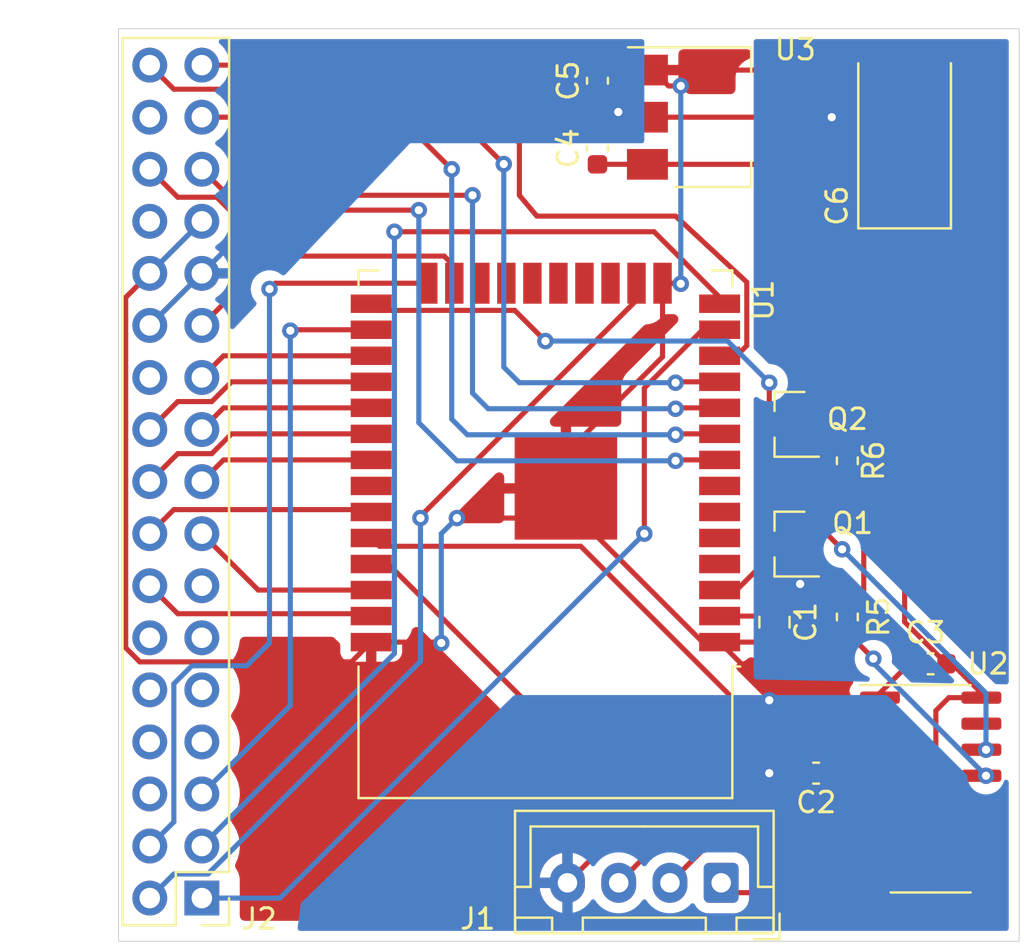
<source format=kicad_pcb>
(kicad_pcb (version 20211014) (generator pcbnew)
  (title_block (comment 4 "AISLER Project ID: NEDFVODM"))
  (layers (0 "F.Cu" signal) (31 "B.Cu" signal) (34 "B.Paste" user) (35 "F.Paste" user) (36 "B.SilkS" user "B.Silkscreen") (37 "F.SilkS" user "F.Silkscreen") (38 "B.Mask" user) (39 "F.Mask" user) (44 "Edge.Cuts" user))
  (net 0 "")
  (net 1 "Net-(C2-Pad1)")
  (net 2 "GND")
  (net 3 "+5V")
  (net 4 "+3V3")
  (net 5 "CS")
  (net 6 "RS")
  (net 7 "WR")
  (net 8 "RD")
  (net 9 "RST")
  (net 19 "BL")
  (net 20 "MISO")
  (net 22 "MOSI")
  (net 23 "PEN")
  (net 24 "T_CS")
  (net 26 "CLK")
  (net 27 "Net-(Q1-Pad1)")
  (net 28 "Net-(Q1-Pad2)")
  (net 29 "EN")
  (net 30 "Net-(Q2-Pad1)")
  (net 31 "Net-(Q2-Pad2)")
  (net 32 "IO0")
  (net 44 "ESP_RX")
  (net 45 "ESP_TX")
  (net 46 "D8")
  (net 47 "D9")
  (net 48 "D10")
  (net 49 "D11")
  (net 50 "D12")
  (net 51 "D13")
  (net 52 "D14")
  (net 53 "D15")
  (net 54 "Net-(J1-Pad2)")
  (net 55 "Net-(J1-Pad3)")
  (footprint "Package_TO_SOT_SMD:SOT-223-3_TabPin2" (layer "F.Cu") (at 88.392 72.39)
    (fp_text reference "U3" (at 4.064 -3.302) (layer "F.SilkS"))
    (fp_text value "AMS1117-3.3")
    (fp_line (start -4.1 -3.41) (end 1.91 -3.41) (layer "F.SilkS") (width 0.12))
    (fp_line (start 1.91 -3.41) (end 1.91 -2.15) (layer "F.SilkS") (width 0.12))
    (fp_line (start 1.91 3.41) (end 1.91 2.15) (layer "F.SilkS") (width 0.12))
    (fp_line (start -1.85 3.41) (end 1.91 3.41) (layer "F.SilkS") (width 0.12))
    (pad "1" smd rect locked (at -3.15 -2.3) (size 2 1.5) (layers "F.Cu" "F.Paste" "F.Mask") (net 2 "GND"))
    (pad "2" smd rect locked (at -3.15 0) (size 2 1.5) (layers "F.Cu" "F.Paste" "F.Mask") (net 4 "+3V3"))
    (pad "2" smd rect locked (at 3.15 0) (size 2 3.8) (layers "F.Cu" "F.Paste" "F.Mask") (net 4 "+3V3"))
    (pad "3" smd rect locked (at -3.15 2.3) (size 2 1.5) (layers "F.Cu" "F.Paste" "F.Mask") (net 3 "+5V"))
  )
  (footprint "Capacitor_SMD:C_0603_1608Metric" (layer "F.Cu") (at 99.06 99.06 180)
    (fp_text reference "C3" (at 0.254 1.524) (layer "F.SilkS"))
    (fp_text value "100n")
    (fp_line (start -0.14058 -0.51) (end 0.14058 -0.51) (layer "F.SilkS") (width 0.12))
    (fp_line (start -0.14058 0.51) (end 0.14058 0.51) (layer "F.SilkS") (width 0.12))
    (pad "1" smd roundrect locked (at -0.775 0 180) (size 0.9 0.95) (layers "F.Cu" "F.Paste" "F.Mask") (net 3 "+5V"))
    (pad "2" smd roundrect locked (at 0.775 0 180) (size 0.9 0.95) (layers "F.Cu" "F.Paste" "F.Mask") (net 2 "GND"))
  )
  (footprint "Capacitor_SMD:C_0603_1608Metric" (layer "F.Cu") (at 82.804 70.612 90)
    (fp_text reference "C5" (at 0 -1.43 90) (layer "F.SilkS"))
    (fp_text value "100n")
    (fp_line (start -0.14058 0.51) (end 0.14058 0.51) (layer "F.SilkS") (width 0.12))
    (fp_line (start -0.14058 -0.51) (end 0.14058 -0.51) (layer "F.SilkS") (width 0.12))
    (pad "1" smd roundrect locked (at -0.775 0 90) (size 0.9 0.95) (layers "F.Cu" "F.Paste" "F.Mask") (net 4 "+3V3"))
    (pad "2" smd roundrect locked (at 0.775 0 90) (size 0.9 0.95) (layers "F.Cu" "F.Paste" "F.Mask") (net 2 "GND"))
  )
  (footprint "Package_SO:SOIC-16_3.9x9.9mm_P1.27mm" (layer "F.Cu") (at 99.06 105.156)
    (fp_text reference "U2" (at 2.794 -6.096) (layer "F.SilkS"))
    (fp_text value "CH340C")
    (fp_line (start 0 5.06) (end 1.95 5.06) (layer "F.SilkS") (width 0.12))
    (fp_line (start 0 -5.06) (end 1.95 -5.06) (layer "F.SilkS") (width 0.12))
    (fp_line (start 0 5.06) (end -1.95 5.06) (layer "F.SilkS") (width 0.12))
    (fp_line (start 0 -5.06) (end -3.45 -5.06) (layer "F.SilkS") (width 0.12))
    (pad "1" smd roundrect (at -2.475 -4.445) (size 1.95 0.6) (layers "F.Cu" "F.Paste" "F.Mask") (net 2 "GND"))
    (pad "2" smd roundrect (at -2.475 -3.175) (size 1.95 0.6) (layers "F.Cu" "F.Paste" "F.Mask") (net 44 "ESP_RX"))
    (pad "3" smd roundrect (at -2.475 -1.905) (size 1.95 0.6) (layers "F.Cu" "F.Paste" "F.Mask") (net 45 "ESP_TX"))
    (pad "4" smd roundrect (at -2.475 -0.635) (size 1.95 0.6) (layers "F.Cu" "F.Paste" "F.Mask") (net 1 "Net-(C2-Pad1)"))
    (pad "5" smd roundrect (at -2.475 0.635) (size 1.95 0.6) (layers "F.Cu" "F.Paste" "F.Mask") (net 55 "Net-(J1-Pad3)"))
    (pad "6" smd roundrect (at -2.475 1.905) (size 1.95 0.6) (layers "F.Cu" "F.Paste" "F.Mask") (net 54 "Net-(J1-Pad2)"))
    (pad "7" smd roundrect (at -2.475 3.175) (size 1.95 0.6) (layers "F.Cu" "F.Paste" "F.Mask"))
    (pad "8" smd roundrect (at -2.475 4.445) (size 1.95 0.6) (layers "F.Cu" "F.Paste" "F.Mask"))
    (pad "9" smd roundrect (at 2.475 4.445) (size 1.95 0.6) (layers "F.Cu" "F.Paste" "F.Mask"))
    (pad "10" smd roundrect (at 2.475 3.175) (size 1.95 0.6) (layers "F.Cu" "F.Paste" "F.Mask"))
    (pad "11" smd roundrect (at 2.475 1.905) (size 1.95 0.6) (layers "F.Cu" "F.Paste" "F.Mask"))
    (pad "12" smd roundrect (at 2.475 0.635) (size 1.95 0.6) (layers "F.Cu" "F.Paste" "F.Mask"))
    (pad "13" smd roundrect (at 2.475 -0.635) (size 1.95 0.6) (layers "F.Cu" "F.Paste" "F.Mask") (net 31 "Net-(Q2-Pad2)"))
    (pad "14" smd roundrect (at 2.475 -1.905) (size 1.95 0.6) (layers "F.Cu" "F.Paste" "F.Mask") (net 28 "Net-(Q1-Pad2)"))
    (pad "15" smd roundrect (at 2.475 -3.175) (size 1.95 0.6) (layers "F.Cu" "F.Paste" "F.Mask"))
    (pad "16" smd roundrect (at 2.475 -4.445) (size 1.95 0.6) (layers "F.Cu" "F.Paste" "F.Mask") (net 3 "+5V"))
  )
  (footprint "Capacitor_SMD:C_0603_1608Metric" (layer "F.Cu") (at 82.804 73.914 90)
    (fp_text reference "C4" (at 0 -1.43 90) (layer "F.SilkS"))
    (fp_text value "100n")
    (fp_line (start -0.14058 0.51) (end 0.14058 0.51) (layer "F.SilkS") (width 0.12))
    (fp_line (start -0.14058 -0.51) (end 0.14058 -0.51) (layer "F.SilkS") (width 0.12))
    (pad "1" smd roundrect locked (at -0.775 0 90) (size 0.9 0.95) (layers "F.Cu" "F.Paste" "F.Mask") (net 3 "+5V"))
    (pad "2" smd roundrect locked (at 0.775 0 90) (size 0.9 0.95) (layers "F.Cu" "F.Paste" "F.Mask") (net 2 "GND"))
  )
  (footprint "Capacitor_SMD:C_0805_2012Metric" (layer "F.Cu") (at 91.44 97.028 -90)
    (fp_text reference "C1" (at 0 -1.524 -90) (layer "F.SilkS"))
    (fp_text value "10u")
    (fp_line (start -0.261252 0.735) (end 0.261252 0.735) (layer "F.SilkS") (width 0.12))
    (fp_line (start -0.261252 -0.735) (end 0.261252 -0.735) (layer "F.SilkS") (width 0.12))
    (pad "1" smd roundrect locked (at -0.95 0 270) (size 1 1.45) (layers "F.Cu" "F.Paste" "F.Mask") (net 4 "+3V3"))
    (pad "2" smd roundrect locked (at 0.95 0 270) (size 1 1.45) (layers "F.Cu" "F.Paste" "F.Mask") (net 2 "GND"))
  )
  (footprint "Package_TO_SOT_SMD:SOT-23" (layer "F.Cu") (at 92.202 87.376 180)
    (fp_text reference "Q2" (at -2.794 0.254) (layer "F.SilkS"))
    (fp_text value "MMBT3904")
    (fp_line (start 0.76 1.58) (end -0.7 1.58) (layer "F.SilkS") (width 0.12))
    (fp_line (start 0.76 -1.58) (end 0.76 -0.65) (layer "F.SilkS") (width 0.12))
    (fp_line (start 0.76 1.58) (end 0.76 0.65) (layer "F.SilkS") (width 0.12))
    (fp_line (start 0.76 -1.58) (end -1.4 -1.58) (layer "F.SilkS") (width 0.12))
    (pad "1" smd rect locked (at -1 -0.95 180) (size 0.9 0.8) (layers "F.Cu" "F.Paste" "F.Mask") (net 30 "Net-(Q2-Pad1)"))
    (pad "2" smd rect locked (at -1 0.95 180) (size 0.9 0.8) (layers "F.Cu" "F.Paste" "F.Mask") (net 31 "Net-(Q2-Pad2)"))
    (pad "3" smd rect locked (at 1 0 180) (size 0.9 0.8) (layers "F.Cu" "F.Paste" "F.Mask") (net 32 "IO0"))
  )
  (footprint "Resistor_SMD:R_0603_1608Metric" (layer "F.Cu") (at 94.996 89.154 90)
    (fp_text reference "R6" (at 0 1.27 90) (layer "F.SilkS"))
    (fp_text value "10K")
    (fp_line (start -0.162779 -0.51) (end 0.162779 -0.51) (layer "F.SilkS") (width 0.12))
    (fp_line (start -0.162779 0.51) (end 0.162779 0.51) (layer "F.SilkS") (width 0.12))
    (pad "1" smd roundrect locked (at -0.7875 0 90) (size 0.875 0.95) (layers "F.Cu" "F.Paste" "F.Mask") (net 28 "Net-(Q1-Pad2)"))
    (pad "2" smd roundrect locked (at 0.7875 0 90) (size 0.875 0.95) (layers "F.Cu" "F.Paste" "F.Mask") (net 30 "Net-(Q2-Pad1)"))
  )
  (footprint "Connector_JST:JST_XH_B4B-XH-A_1x04_P2.50mm_Vertical" (layer "F.Cu") (at 88.84 109.745 180)
    (fp_text reference "J1" (at 11.878 -1.761) (layer "F.SilkS"))
    (fp_text value "Conn_01x04")
    (fp_line (start 10.05 -2.45) (end 8.25 -2.45) (layer "F.SilkS") (width 0.12))
    (fp_line (start -1.8 -0.2) (end -1.8 2.75) (layer "F.SilkS") (width 0.12))
    (fp_line (start 9.3 2.75) (end 3.75 2.75) (layer "F.SilkS") (width 0.12))
    (fp_line (start 6.75 -2.45) (end 0.75 -2.45) (layer "F.SilkS") (width 0.12))
    (fp_line (start 8.25 -2.45) (end 8.25 -1.7) (layer "F.SilkS") (width 0.12))
    (fp_line (start -2.85 -2.75) (end -2.85 -1.5) (layer "F.SilkS") (width 0.12))
    (fp_line (start 10.06 3.51) (end 10.06 -2.46) (layer "F.SilkS") (width 0.12))
    (fp_line (start -2.55 -0.2) (end -1.8 -0.2) (layer "F.SilkS") (width 0.12))
    (fp_line (start -0.75 -2.45) (end -2.55 -2.45) (layer "F.SilkS") (width 0.12))
    (fp_line (start 0.75 -1.7) (end 6.75 -1.7) (layer "F.SilkS") (width 0.12))
    (fp_line (start -2.56 -2.46) (end -2.56 3.51) (layer "F.SilkS") (width 0.12))
    (fp_line (start -2.55 -2.45) (end -2.55 -1.7) (layer "F.SilkS") (width 0.12))
    (fp_line (start 8.25 -1.7) (end 10.05 -1.7) (layer "F.SilkS") (width 0.12))
    (fp_line (start 10.05 -0.2) (end 9.3 -0.2) (layer "F.SilkS") (width 0.12))
    (fp_line (start 6.75 -1.7) (end 6.75 -2.45) (layer "F.SilkS") (width 0.12))
    (fp_line (start -0.75 -1.7) (end -0.75 -2.45) (layer "F.SilkS") (width 0.12))
    (fp_line (start 0.75 -2.45) (end 0.75 -1.7) (layer "F.SilkS") (width 0.12))
    (fp_line (start -2.56 3.51) (end 10.06 3.51) (layer "F.SilkS") (width 0.12))
    (fp_line (start -1.8 2.75) (end 3.75 2.75) (layer "F.SilkS") (width 0.12))
    (fp_line (start -2.55 -1.7) (end -0.75 -1.7) (layer "F.SilkS") (width 0.12))
    (fp_line (start 10.06 -2.46) (end -2.56 -2.46) (layer "F.SilkS") (width 0.12))
    (fp_line (start 9.3 -0.2) (end 9.3 2.75) (layer "F.SilkS") (width 0.12))
    (fp_line (start -1.6 -2.75) (end -2.85 -2.75) (layer "F.SilkS") (width 0.12))
    (fp_line (start 10.05 -1.7) (end 10.05 -2.45) (layer "F.SilkS") (width 0.12))
    (pad "1" thru_hole roundrect (at 0 0 180) (size 1.7 1.95) (drill 0.95) (layers *.Cu *.Mask) (roundrect_rratio 0.147059) (net 3 "+5V"))
    (pad "2" thru_hole oval (at 2.5 0 180) (size 1.7 1.95) (drill 0.95) (layers *.Cu *.Mask) (net 54 "Net-(J1-Pad2)"))
    (pad "3" thru_hole oval (at 5 0 180) (size 1.7 1.95) (drill 0.95) (layers *.Cu *.Mask) (net 55 "Net-(J1-Pad3)"))
    (pad "4" thru_hole oval (at 7.5 0 180) (size 1.7 1.95) (drill 0.95) (layers *.Cu *.Mask) (net 2 "GND"))
  )
  (footprint "Capacitor_Tantalum_SMD:CP_EIA-7343-43_Kemet-X" (layer "F.Cu") (at 97.79 73.406 90)
    (fp_text reference "C6" (at -3.302 -3.302 90) (layer "F.SilkS"))
    (fp_text value "47u")
    (fp_line (start -4.41 -2.26) (end -4.41 2.26) (layer "F.SilkS") (width 0.12))
    (fp_line (start 3.65 -2.26) (end -4.41 -2.26) (layer "F.SilkS") (width 0.12))
    (fp_line (start -4.41 2.26) (end 3.65 2.26) (layer "F.SilkS") (width 0.12))
    (pad "1" smd roundrect (at -3.1125 0 90) (size 2.075 2.55) (layers "F.Cu" "F.Paste" "F.Mask") (roundrect_rratio 0.120482) (net 3 "+5V"))
    (pad "2" smd roundrect (at 3.1125 0 90) (size 2.075 2.55) (layers "F.Cu" "F.Paste" "F.Mask") (roundrect_rratio 0.120482) (net 2 "GND"))
  )
  (footprint "Resistor_SMD:R_0603_1608Metric" (layer "F.Cu") (at 94.996 96.774 90)
    (fp_text reference "R5" (at 0 1.524 90) (layer "F.SilkS"))
    (fp_text value "10K")
    (fp_line (start -0.162779 -0.51) (end 0.162779 -0.51) (layer "F.SilkS") (width 0.12))
    (fp_line (start -0.162779 0.51) (end 0.162779 0.51) (layer "F.SilkS") (width 0.12))
    (pad "1" smd roundrect locked (at -0.7875 0 90) (size 0.875 0.95) (layers "F.Cu" "F.Paste" "F.Mask") (net 31 "Net-(Q2-Pad2)"))
    (pad "2" smd roundrect locked (at 0.7875 0 90) (size 0.875 0.95) (layers "F.Cu" "F.Paste" "F.Mask") (net 27 "Net-(Q1-Pad1)"))
  )
  (footprint "Connector_PinHeader_2.54mm:PinHeader_2x17_P2.54mm_Vertical" (layer "F.Cu") (at 63.5 110.49 180)
    (fp_text reference "J2" (at -2.794 -1.016 180) (layer "F.SilkS"))
    (fp_text value "Conn_02x17_Odd_Even")
    (fp_line (start 1.27 -1.33) (end 3.87 -1.33) (layer "F.SilkS") (width 0.12))
    (fp_line (start 1.27 1.27) (end 1.27 -1.33) (layer "F.SilkS") (width 0.12))
    (fp_line (start -1.33 -1.33) (end 0 -1.33) (layer "F.SilkS") (width 0.12))
    (fp_line (start -1.33 41.97) (end 3.87 41.97) (layer "F.SilkS") (width 0.12))
    (fp_line (start -1.33 1.27) (end -1.33 41.97) (layer "F.SilkS") (width 0.12))
    (fp_line (start -1.33 0) (end -1.33 -1.33) (layer "F.SilkS") (width 0.12))
    (fp_line (start 3.87 -1.33) (end 3.87 41.97) (layer "F.SilkS") (width 0.12))
    (fp_line (start -1.33 1.27) (end 1.27 1.27) (layer "F.SilkS") (width 0.12))
    (pad "1" thru_hole rect locked (at 0 0 180) (size 1.7 1.7) (drill 1) (layers *.Cu *.Mask) (net 5 "CS"))
    (pad "2" thru_hole oval locked (at 2.54 0 180) (size 1.7 1.7) (drill 1) (layers *.Cu *.Mask) (net 6 "RS"))
    (pad "3" thru_hole oval locked (at 0 2.54 180) (size 1.7 1.7) (drill 1) (layers *.Cu *.Mask) (net 7 "WR"))
    (pad "4" thru_hole oval locked (at 2.54 2.54 180) (size 1.7 1.7) (drill 1) (layers *.Cu *.Mask) (net 8 "RD"))
    (pad "5" thru_hole oval locked (at 0 5.08 180) (size 1.7 1.7) (drill 1) (layers *.Cu *.Mask) (net 9 "RST"))
    (pad "6" thru_hole oval locked (at 2.54 5.08 180) (size 1.7 1.7) (drill 1) (layers *.Cu *.Mask))
    (pad "7" thru_hole oval locked (at 0 7.62 180) (size 1.7 1.7) (drill 1) (layers *.Cu *.Mask))
    (pad "8" thru_hole oval locked (at 2.54 7.62 180) (size 1.7 1.7) (drill 1) (layers *.Cu *.Mask))
    (pad "9" thru_hole oval locked (at 0 10.16 180) (size 1.7 1.7) (drill 1) (layers *.Cu *.Mask))
    (pad "10" thru_hole oval locked (at 2.54 10.16 180) (size 1.7 1.7) (drill 1) (layers *.Cu *.Mask))
    (pad "11" thru_hole oval locked (at 0 12.7 180) (size 1.7 1.7) (drill 1) (layers *.Cu *.Mask))
    (pad "12" thru_hole oval locked (at 2.54 12.7 180) (size 1.7 1.7) (drill 1) (layers *.Cu *.Mask))
    (pad "13" thru_hole oval locked (at 0 15.24 180) (size 1.7 1.7) (drill 1) (layers *.Cu *.Mask))
    (pad "14" thru_hole oval locked (at 2.54 15.24 180) (size 1.7 1.7) (drill 1) (layers *.Cu *.Mask) (net 46 "D8"))
    (pad "15" thru_hole oval locked (at 0 17.78 180) (size 1.7 1.7) (drill 1) (layers *.Cu *.Mask) (net 47 "D9"))
    (pad "16" thru_hole oval locked (at 2.54 17.78 180) (size 1.7 1.7) (drill 1) (layers *.Cu *.Mask) (net 48 "D10"))
    (pad "17" thru_hole oval locked (at 0 20.32 180) (size 1.7 1.7) (drill 1) (layers *.Cu *.Mask) (net 49 "D11"))
    (pad "18" thru_hole oval locked (at 2.54 20.32 180) (size 1.7 1.7) (drill 1) (layers *.Cu *.Mask) (net 50 "D12"))
    (pad "19" thru_hole oval locked (at 0 22.86 180) (size 1.7 1.7) (drill 1) (layers *.Cu *.Mask) (net 51 "D13"))
    (pad "20" thru_hole oval locked (at 2.54 22.86 180) (size 1.7 1.7) (drill 1) (layers *.Cu *.Mask) (net 52 "D14"))
    (pad "21" thru_hole oval locked (at 0 25.4 180) (size 1.7 1.7) (drill 1) (layers *.Cu *.Mask) (net 53 "D15"))
    (pad "22" thru_hole oval locked (at 2.54 25.4 180) (size 1.7 1.7) (drill 1) (layers *.Cu *.Mask))
    (pad "23" thru_hole oval locked (at 0 27.94 180) (size 1.7 1.7) (drill 1) (layers *.Cu *.Mask) (net 19 "BL"))
    (pad "24" thru_hole oval locked (at 2.54 27.94 180) (size 1.7 1.7) (drill 1) (layers *.Cu *.Mask) (net 4 "+3V3"))
    (pad "25" thru_hole oval locked (at 0 30.48 180) (size 1.7 1.7) (drill 1) (layers *.Cu *.Mask) (net 4 "+3V3"))
    (pad "26" thru_hole oval locked (at 2.54 30.48 180) (size 1.7 1.7) (drill 1) (layers *.Cu *.Mask) (net 2 "GND"))
    (pad "27" thru_hole oval locked (at 0 33.02 180) (size 1.7 1.7) (drill 1) (layers *.Cu *.Mask) (net 2 "GND"))
    (pad "28" thru_hole oval locked (at 2.54 33.02 180) (size 1.7 1.7) (drill 1) (layers *.Cu *.Mask))
    (pad "29" thru_hole oval locked (at 0 35.56 180) (size 1.7 1.7) (drill 1) (layers *.Cu *.Mask) (net 20 "MISO"))
    (pad "30" thru_hole oval locked (at 2.54 35.56 180) (size 1.7 1.7) (drill 1) (layers *.Cu *.Mask) (net 22 "MOSI"))
    (pad "31" thru_hole oval locked (at 0 38.1 180) (size 1.7 1.7) (drill 1) (layers *.Cu *.Mask) (net 23 "PEN"))
    (pad "32" thru_hole oval locked (at 2.54 38.1 180) (size 1.7 1.7) (drill 1) (layers *.Cu *.Mask))
    (pad "33" thru_hole oval locked (at 0 40.64 180) (size 1.7 1.7) (drill 1) (layers *.Cu *.Mask) (net 24 "T_CS"))
    (pad "34" thru_hole oval locked (at 2.54 40.64 180) (size 1.7 1.7) (drill 1) (layers *.Cu *.Mask) (net 26 "CLK"))
  )
  (footprint "RF_Module:ESP32-WROOM-32" (layer "F.Cu") (at 80.264 89.746 180)
    (fp_text reference "U1" (at -10.61 8.43 90) (layer "F.SilkS"))
    (fp_text value "ESP32-WROOM-32U")
    (fp_line (start -9.12 9.88) (end -8.12 9.88) (layer "F.SilkS") (width 0.12))
    (fp_line (start -9.12 -15.865) (end 9.12 -15.865) (layer "F.SilkS") (width 0.12))
    (fp_line (start 9.12 9.88) (end 8.12 9.88) (layer "F.SilkS") (width 0.12))
    (fp_line (start -9.12 9.1) (end -9.12 9.88) (layer "F.SilkS") (width 0.12))
    (fp_line (start 9.12 9.1) (end 9.12 9.88) (layer "F.SilkS") (width 0.12))
    (fp_line (start 9.12 -15.865) (end 9.12 -9.445) (layer "F.SilkS") (width 0.12))
    (fp_line (start -9.12 -15.865) (end -9.12 -9.445) (layer "F.SilkS") (width 0.12))
    (fp_line (start -9.12 -9.445) (end -9.5 -9.445) (layer "F.SilkS") (width 0.12))
    (pad "1" smd rect (at -8.5 -8.255 180) (size 2 0.9) (layers "F.Cu" "F.Paste" "F.Mask") (net 2 "GND"))
    (pad "2" smd rect (at -8.5 -6.985 180) (size 2 0.9) (layers "F.Cu" "F.Paste" "F.Mask") (net 4 "+3V3"))
    (pad "3" smd rect (at -8.5 -5.715 180) (size 2 0.9) (layers "F.Cu" "F.Paste" "F.Mask") (net 29 "EN"))
    (pad "4" smd rect (at -8.5 -4.445 180) (size 2 0.9) (layers "F.Cu" "F.Paste" "F.Mask"))
    (pad "5" smd rect (at -8.5 -3.175 180) (size 2 0.9) (layers "F.Cu" "F.Paste" "F.Mask"))
    (pad "6" smd rect (at -8.5 -1.905 180) (size 2 0.9) (layers "F.Cu" "F.Paste" "F.Mask"))
    (pad "7" smd rect (at -8.5 -0.635 180) (size 2 0.9) (layers "F.Cu" "F.Paste" "F.Mask"))
    (pad "8" smd rect (at -8.5 0.635 180) (size 2 0.9) (layers "F.Cu" "F.Paste" "F.Mask") (net 22 "MOSI"))
    (pad "9" smd rect (at -8.5 1.905 180) (size 2 0.9) (layers "F.Cu" "F.Paste" "F.Mask") (net 23 "PEN"))
    (pad "10" smd rect (at -8.5 3.175 180) (size 2 0.9) (layers "F.Cu" "F.Paste" "F.Mask") (net 20 "MISO"))
    (pad "11" smd rect (at -8.5 4.445 180) (size 2 0.9) (layers "F.Cu" "F.Paste" "F.Mask") (net 26 "CLK"))
    (pad "12" smd rect (at -8.5 5.715 180) (size 2 0.9) (layers "F.Cu" "F.Paste" "F.Mask") (net 24 "T_CS"))
    (pad "13" smd rect (at -8.5 6.985 180) (size 2 0.9) (layers "F.Cu" "F.Paste" "F.Mask") (net 5 "CS"))
    (pad "14" smd rect (at -8.5 8.255 180) (size 2 0.9) (layers "F.Cu" "F.Paste" "F.Mask") (net 7 "WR"))
    (pad "15" smd rect (at -5.715 9.255 270) (size 2 0.9) (layers "F.Cu" "F.Paste" "F.Mask") (net 2 "GND"))
    (pad "16" smd rect (at -4.445 9.255 270) (size 2 0.9) (layers "F.Cu" "F.Paste" "F.Mask") (net 6 "RS"))
    (pad "17" smd rect (at -3.175 9.255 270) (size 2 0.9) (layers "F.Cu" "F.Paste" "F.Mask"))
    (pad "18" smd rect (at -1.905 9.255 270) (size 2 0.9) (layers "F.Cu" "F.Paste" "F.Mask"))
    (pad "19" smd rect (at -0.635 9.255 270) (size 2 0.9) (layers "F.Cu" "F.Paste" "F.Mask"))
    (pad "20" smd rect (at 0.635 9.255 270) (size 2 0.9) (layers "F.Cu" "F.Paste" "F.Mask"))
    (pad "21" smd rect (at 1.905 9.255 270) (size 2 0.9) (layers "F.Cu" "F.Paste" "F.Mask"))
    (pad "22" smd rect (at 3.175 9.255 270) (size 2 0.9) (layers "F.Cu" "F.Paste" "F.Mask"))
    (pad "23" smd rect (at 4.445 9.255 270) (size 2 0.9) (layers "F.Cu" "F.Paste" "F.Mask") (net 19 "BL"))
    (pad "24" smd rect (at 5.715 9.255 270) (size 2 0.9) (layers "F.Cu" "F.Paste" "F.Mask") (net 8 "RD"))
    (pad "25" smd rect (at 8.5 8.255 180) (size 2 0.9) (layers "F.Cu" "F.Paste" "F.Mask") (net 32 "IO0"))
    (pad "26" smd rect (at 8.5 6.985 180) (size 2 0.9) (layers "F.Cu" "F.Paste" "F.Mask") (net 9 "RST"))
    (pad "27" smd rect (at 8.5 5.715 180) (size 2 0.9) (layers "F.Cu" "F.Paste" "F.Mask") (net 53 "D15"))
    (pad "28" smd rect (at 8.5 4.445 180) (size 2 0.9) (layers "F.Cu" "F.Paste" "F.Mask") (net 52 "D14"))
    (pad "29" smd rect (at 8.5 3.175 180) (size 2 0.9) (layers "F.Cu" "F.Paste" "F.Mask") (net 51 "D13"))
    (pad "30" smd rect (at 8.5 1.905 180) (size 2 0.9) (layers "F.Cu" "F.Paste" "F.Mask") (net 50 "D12"))
    (pad "31" smd rect (at 8.5 0.635 180) (size 2 0.9) (layers "F.Cu" "F.Paste" "F.Mask") (net 49 "D11"))
    (pad "32" smd rect (at 8.5 -0.635 180) (size 2 0.9) (layers "F.Cu" "F.Paste" "F.Mask"))
    (pad "33" smd rect (at 8.5 -1.905 180) (size 2 0.9) (layers "F.Cu" "F.Paste" "F.Mask") (net 48 "D10"))
    (pad "34" smd rect (at 8.5 -3.175 180) (size 2 0.9) (layers "F.Cu" "F.Paste" "F.Mask") (net 44 "ESP_RX"))
    (pad "35" smd rect (at 8.5 -4.445 180) (size 2 0.9) (layers "F.Cu" "F.Paste" "F.Mask") (net 45 "ESP_TX"))
    (pad "36" smd rect (at 8.5 -5.715 180) (size 2 0.9) (layers "F.Cu" "F.Paste" "F.Mask") (net 47 "D9"))
    (pad "37" smd rect (at 8.5 -6.985 180) (size 2 0.9) (layers "F.Cu" "F.Paste" "F.Mask") (net 46 "D8"))
    (pad "38" smd rect (at 8.5 -8.255 180) (size 2 0.9) (layers "F.Cu" "F.Paste" "F.Mask") (net 2 "GND"))
    (pad "39" smd rect (at -1 -0.755 180) (size 5 5) (layers "F.Cu" "F.Paste" "F.Mask") (net 2 "GND"))
  )
  (footprint "Capacitor_SMD:C_0603_1608Metric" (layer "F.Cu") (at 93.472 104.394 180)
    (fp_text reference "C2" (at 0 -1.43) (layer "F.SilkS"))
    (fp_text value "100n")
    (fp_line (start -0.14058 0.51) (end 0.14058 0.51) (layer "F.SilkS") (width 0.12))
    (fp_line (start -0.14058 -0.51) (end 0.14058 -0.51) (layer "F.SilkS") (width 0.12))
    (pad "1" smd roundrect locked (at -0.775 0 180) (size 0.9 0.95) (layers "F.Cu" "F.Paste" "F.Mask") (net 1 "Net-(C2-Pad1)"))
    (pad "2" smd roundrect locked (at 0.775 0 180) (size 0.9 0.95) (layers "F.Cu" "F.Paste" "F.Mask") (net 2 "GND"))
  )
  (footprint "Package_TO_SOT_SMD:SOT-23" (layer "F.Cu") (at 92.202 93.218 180)
    (fp_text reference "Q1" (at -3.048 1.016) (layer "F.SilkS"))
    (fp_text value "MMBT3904")
    (fp_line (start 0.76 1.58) (end -0.7 1.58) (layer "F.SilkS") (width 0.12))
    (fp_line (start 0.76 -1.58) (end 0.76 -0.65) (layer "F.SilkS") (width 0.12))
    (fp_line (start 0.76 -1.58) (end -1.4 -1.58) (layer "F.SilkS") (width 0.12))
    (fp_line (start 0.76 1.58) (end 0.76 0.65) (layer "F.SilkS") (width 0.12))
    (pad "1" smd rect locked (at -1 -0.95 180) (size 0.9 0.8) (layers "F.Cu" "F.Paste" "F.Mask") (net 27 "Net-(Q1-Pad1)"))
    (pad "2" smd rect locked (at -1 0.95 180) (size 0.9 0.8) (layers "F.Cu" "F.Paste" "F.Mask") (net 28 "Net-(Q1-Pad2)"))
    (pad "3" smd rect locked (at 1 0 180) (size 0.9 0.8) (layers "F.Cu" "F.Paste" "F.Mask") (net 29 "EN"))
  )
  (gr_rect (start 59.436 112.6) (end 103.378 68.072) (layer "Edge.Cuts") (width 0.05) (fill none))
  (segment (start 94.374 104.521) (end 94.247 104.394) (width 0.25) (layer "F.Cu") (net 1))
  (segment (start 96.36 104.521) (end 94.374 104.521) (width 0.25) (layer "F.Cu") (net 1))
  (segment (start 86.868 70.866) (end 86.272 70.866) (width 0.25) (layer "F.Cu") (net 2))
  (segment (start 59.785489 81.184511) (end 60.96 80.01) (width 0.25) (layer "F.Cu") (net 2))
  (segment (start 98.011 99.06) (end 96.36 100.711) (width 0.25) (layer "F.Cu") (net 2))
  (segment (start 75.141 98.001) (end 75.184 98.044) (width 0.25) (layer "F.Cu") (net 2))
  (segment (start 86.841 80.491) (end 86.868 80.518) (width 0.25) (layer "F.Cu") (net 2))
  (segment (start 85.979 84.081274) (end 81.264 88.796274) (width 0.25) (layer "F.Cu") (net 2))
  (segment (start 60.96 80.01) (end 63.5 77.47) (width 0.25) (layer "F.Cu") (net 2))
  (segment (start 87.934978 98.001) (end 81.264 91.330022) (width 0.25) (layer "F.Cu") (net 2))
  (segment (start 91.417 98.001) (end 91.44 97.978) (width 0.25) (layer "F.Cu") (net 2))
  (segment (start 85.979 80.491) (end 85.979 84.081274) (width 0.25) (layer "F.Cu") (net 2))
  (segment (start 91.474 100.711) (end 91.313 100.711) (width 0.25) (layer "F.Cu") (net 2))
  (segment (start 88.764 98.001) (end 91.417 98.001) (width 0.25) (layer "F.Cu") (net 2))
  (segment (start 82.00448 70.63652) (end 82.804 69.837) (width 0.25) (layer "F.Cu") (net 2))
  (segment (start 91.474 100.711) (end 96.36 100.711) (width 0.25) (layer "F.Cu") (net 2))
  (segment (start 60.473501 98.964511) (end 59.785489 98.276499) (width 0.25) (layer "F.Cu") (net 2))
  (segment (start 91.186 104.394) (end 86.691 104.394) (width 0.25) (layer "F.Cu") (net 2))
  (segment (start 92.697 104.394) (end 91.186 104.394) (width 0.25) (layer "F.Cu") (net 2))
  (segment (start 86.691 104.394) (end 81.34 109.745) (width 0.25) (layer "F.Cu") (net 2))
  (segment (start 98.285 99.06) (end 98.011 99.06) (width 0.25) (layer "F.Cu") (net 2))
  (segment (start 81.264 91.330022) (end 81.264 90.501) (width 0.25) (layer "F.Cu") (net 2))
  (segment (start 85.243 69.837) (end 85.496 70.09) (width 0.25) (layer "F.Cu") (net 2))
  (segment (start 70.800489 98.964511) (end 60.473501 98.964511) (width 0.25) (layer "F.Cu") (net 2))
  (segment (start 88.764 98.001) (end 87.934978 98.001) (width 0.25) (layer "F.Cu") (net 2))
  (segment (start 75.946 91.948) (end 79.817 91.948) (width 0.25) (layer "F.Cu") (net 2))
  (segment (start 97.79 70.2935) (end 97.5865 70.09) (width 0.25) (layer "F.Cu") (net 2))
  (segment (start 81.264 88.796274) (end 81.264 90.501) (width 0.25) (layer "F.Cu") (net 2))
  (segment (start 59.785489 98.276499) (end 59.785489 81.184511) (width 0.25) (layer "F.Cu") (net 2))
  (segment (start 71.764 98.001) (end 75.141 98.001) (width 0.25) (layer "F.Cu") (net 2))
  (segment (start 97.5865 70.09) (end 85.496 70.09) (width 0.25) (layer "F.Cu") (net 2))
  (segment (start 71.764 98.001) (end 70.800489 98.964511) (width 0.25) (layer "F.Cu") (net 2))
  (segment (start 85.979 80.491) (end 86.841 80.491) (width 0.25) (layer "F.Cu") (net 2))
  (segment (start 91.313 100.711) (end 91.186 100.838) (width 0.25) (layer "F.Cu") (net 2))
  (segment (start 79.817 91.948) (end 81.264 90.501) (width 0.25) (layer "F.Cu") (net 2))
  (segment (start 82.00448 72.33948) (end 82.00448 70.63652) (width 0.25) (layer "F.Cu") (net 2))
  (segment (start 88.764 98.001) (end 91.474 100.711) (width 0.25) (layer "F.Cu") (net 2))
  (segment (start 82.804 73.139) (end 82.00448 72.33948) (width 0.25) (layer "F.Cu") (net 2))
  (segment (start 86.272 70.866) (end 85.496 70.09) (width 0.25) (layer "F.Cu") (net 2))
  (segment (start 82.804 69.837) (end 85.243 69.837) (width 0.25) (layer "F.Cu") (net 2))
  (via (at 91.186 100.838) (size 0.8) (drill 0.4) (layers "F.Cu" "B.Cu") (net 2))
  (via (at 75.946 91.948) (size 0.8) (drill 0.4) (layers "F.Cu" "B.Cu") (net 2))
  (via (at 86.868 70.866) (size 0.8) (drill 0.4) (layers "F.Cu" "B.Cu") (net 2))
  (via (at 86.868 80.518) (size 0.8) (drill 0.4) (layers "F.Cu" "B.Cu") (net 2))
  (via (at 75.184 98.044) (size 0.8) (drill 0.4) (layers "F.Cu" "B.Cu") (net 2))
  (via (at 91.186 104.394) (size 0.8) (drill 0.4) (layers "F.Cu" "B.Cu") (net 2))
  (segment (start 75.184 98.044) (end 75.184 92.71) (width 0.25) (layer "B.Cu") (net 2))
  (segment (start 75.184 92.71) (end 75.946 91.948) (width 0.25) (layer "B.Cu") (net 2))
  (segment (start 86.868 80.518) (end 86.868 70.866) (width 0.25) (layer "B.Cu") (net 2))
  (segment (start 60.96 80.01) (end 63.5 77.47) (width 0.25) (layer "B.Cu") (net 2))
  (segment (start 91.186 100.838) (end 91.186 104.394) (width 0.25) (layer "B.Cu") (net 2))
  (segment (start 89.320511 110.225511) (end 98.287511 110.225511) (width 0.25) (layer "F.Cu") (net 3))
  (segment (start 100.109 99.06) (end 101.76 100.711) (width 0.25) (layer "F.Cu") (net 3))
  (segment (start 97.79 97.015) (end 99.835 99.06) (width 0.25) (layer "F.Cu") (net 3))
  (segment (start 88.84 109.745) (end 89.320511 110.225511) (width 0.25) (layer "F.Cu") (net 3))
  (segment (start 98.287511 110.225511) (end 99.314 109.199022) (width 0.25) (layer "F.Cu") (net 3))
  (segment (start 99.949 100.711) (end 101.535 100.711) (width 0.25) (layer "F.Cu") (net 3))
  (segment (start 97.79 76.5185) (end 97.79 97.015) (width 0.25) (layer "F.Cu") (net 3))
  (segment (start 82.804 74.689) (end 85.495 74.689) (width 0.25) (layer "F.Cu") (net 3))
  (segment (start 95.9615 74.69) (end 97.79 76.5185) (width 0.25) (layer "F.Cu") (net 3))
  (segment (start 85.495 74.689) (end 85.496 74.69) (width 0.25) (layer "F.Cu") (net 3))
  (segment (start 101.330978 100.711) (end 101.76 100.711) (width 0.25) (layer "F.Cu") (net 3))
  (segment (start 99.314 109.199022) (end 99.314 101.346) (width 0.25) (layer "F.Cu") (net 3))
  (segment (start 99.314 101.346) (end 99.949 100.711) (width 0.25) (layer "F.Cu") (net 3))
  (segment (start 99.835 99.06) (end 100.109 99.06) (width 0.25) (layer "F.Cu") (net 3))
  (segment (start 85.496 74.69) (end 95.9615 74.69) (width 0.25) (layer "F.Cu") (net 3))
  (segment (start 85.242 72.136) (end 85.496 72.39) (width 0.25) (layer "F.Cu") (net 4))
  (segment (start 92.353364 95.164636) (end 91.44 96.078) (width 0.25) (layer "F.Cu") (net 4))
  (segment (start 84.493 71.387) (end 85.496 72.39) (width 0.25) (layer "F.Cu") (net 4))
  (segment (start 83.82 72.136) (end 85.242 72.136) (width 0.25) (layer "F.Cu") (net 4))
  (segment (start 92.693452 95.164636) (end 92.353364 95.164636) (width 0.25) (layer "F.Cu") (net 4))
  (segment (start 82.804 71.387) (end 84.493 71.387) (width 0.25) (layer "F.Cu") (net 4))
  (segment (start 90.787 96.731) (end 88.764 96.731) (width 0.25) (layer "F.Cu") (net 4))
  (segment (start 85.496 72.39) (end 91.796 72.39) (width 0.25) (layer "F.Cu") (net 4))
  (segment (start 63.5 80.01) (end 60.96 82.55) (width 0.25) (layer "F.Cu") (net 4))
  (segment (start 91.44 96.078) (end 90.787 96.731) (width 0.25) (layer "F.Cu") (net 4))
  (segment (start 91.796 72.39) (end 94.234 72.39) (width 0.25) (layer "F.Cu") (net 4))
  (via (at 83.82 72.136) (size 0.8) (drill 0.4) (layers "F.Cu" "B.Cu") (net 4))
  (via (at 94.234 72.39) (size 0.8) (drill 0.4) (layers "F.Cu" "B.Cu") (net 4))
  (via (at 92.693452 95.164636) (size 0.8) (drill 0.4) (layers "F.Cu" "B.Cu") (net 4))
  (segment (start 92.964 93.472) (end 92.693452 93.742548) (width 0.25) (layer "B.Cu") (net 4))
  (segment (start 94.234 72.39) (end 94.234 92.202) (width 0.25) (layer "B.Cu") (net 4))
  (segment (start 94.234 92.202) (end 92.964 93.472) (width 0.25) (layer "B.Cu") (net 4))
  (segment (start 60.96 82.55) (end 63.5 80.01) (width 0.25) (layer "B.Cu") (net 4))
  (segment (start 63.5 80.01) (end 71.374 72.136) (width 0.25) (layer "B.Cu") (net 4))
  (segment (start 92.693452 93.742548) (end 92.693452 95.164636) (width 0.25) (layer "B.Cu") (net 4))
  (segment (start 71.374 72.136) (end 83.82 72.136) (width 0.25) (layer "B.Cu") (net 4))
  (segment (start 85.09 85.605978) (end 85.09 92.71) (width 0.25) (layer "F.Cu") (net 5))
  (segment (start 88.764 82.761) (end 87.934978 82.761) (width 0.25) (layer "F.Cu") (net 5))
  (segment (start 87.934978 82.761) (end 85.09 85.605978) (width 0.25) (layer "F.Cu") (net 5))
  (via (at 85.09 92.71) (size 0.8) (drill 0.4) (layers "F.Cu" "B.Cu") (net 5))
  (segment (start 85.09 92.71) (end 67.31 110.49) (width 0.25) (layer "B.Cu") (net 5))
  (segment (start 67.31 110.49) (end 63.5 110.49) (width 0.25) (layer "B.Cu") (net 5))
  (segment (start 74.168 91.861022) (end 74.168 91.948) (width 0.25) (layer "F.Cu") (net 6))
  (segment (start 84.709 81.320022) (end 74.168 91.861022) (width 0.25) (layer "F.Cu") (net 6))
  (segment (start 84.709 80.491) (end 84.709 81.320022) (width 0.25) (layer "F.Cu") (net 6))
  (via (at 74.168 91.948) (size 0.8) (drill 0.4) (layers "F.Cu" "B.Cu") (net 6))
  (segment (start 74.168 91.948) (end 74.168 98.94301) (width 0.25) (layer "B.Cu") (net 6))
  (segment (start 62.134511 109.315489) (end 60.96 110.49) (width 0.25) (layer "B.Cu") (net 6))
  (segment (start 63.795521 109.315489) (end 62.134511 109.315489) (width 0.25) (layer "B.Cu") (net 6))
  (segment (start 74.168 98.94301) (end 63.795521 109.315489) (width 0.25) (layer "B.Cu") (net 6))
  (segment (start 88.764 81.176978) (end 85.565022 77.978) (width 0.25) (layer "F.Cu") (net 7))
  (segment (start 85.565022 77.978) (end 72.898 77.978) (width 0.25) (layer "F.Cu") (net 7))
  (segment (start 88.764 81.491) (end 88.764 81.176978) (width 0.25) (layer "F.Cu") (net 7))
  (via (at 72.898 77.978) (size 0.8) (drill 0.4) (layers "F.Cu" "B.Cu") (net 7))
  (segment (start 72.898 77.978) (end 72.898 98.552) (width 0.25) (layer "B.Cu") (net 7))
  (segment (start 72.898 98.552) (end 63.5 107.95) (width 0.25) (layer "B.Cu") (net 7))
  (segment (start 74.549 80.491) (end 67.083 80.491) (width 0.25) (layer "F.Cu") (net 8))
  (segment (start 67.083 80.491) (end 66.802 80.772) (width 0.25) (layer "F.Cu") (net 8))
  (via (at 66.802 80.772) (size 0.8) (drill 0.4) (layers "F.Cu" "B.Cu") (net 8))
  (segment (start 66.802 98.044) (end 65.690511 99.155489) (width 0.25) (layer "B.Cu") (net 8))
  (segment (start 65.690511 99.155489) (end 63.013501 99.155489) (width 0.25) (layer "B.Cu") (net 8))
  (segment (start 62.134511 106.775489) (end 60.96 107.95) (width 0.25) (layer "B.Cu") (net 8))
  (segment (start 66.802 80.772) (end 66.802 98.044) (width 0.25) (layer "B.Cu") (net 8))
  (segment (start 63.013501 99.155489) (end 62.134511 100.034479) (width 0.25) (layer "B.Cu") (net 8))
  (segment (start 62.134511 100.034479) (end 62.134511 106.775489) (width 0.25) (layer "B.Cu") (net 8))
  (segment (start 67.861 82.761) (end 67.818 82.804) (width 0.25) (layer "F.Cu") (net 9))
  (segment (start 71.764 82.761) (end 67.861 82.761) (width 0.25) (layer "F.Cu") (net 9))
  (via (at 67.818 82.804) (size 0.8) (drill 0.4) (layers "F.Cu" "B.Cu") (net 9))
  (segment (start 67.818 82.804) (end 67.818 101.092) (width 0.25) (layer "B.Cu") (net 9))
  (segment (start 67.818 101.092) (end 63.5 105.41) (width 0.25) (layer "B.Cu") (net 9))
  (segment (start 75.819 79.661978) (end 75.323511 79.166489) (width 0.25) (layer "F.Cu") (net 19))
  (segment (start 66.883511 79.166489) (end 63.5 82.55) (width 0.25) (layer "F.Cu") (net 19))
  (segment (start 75.819 80.491) (end 75.819 79.661978) (width 0.25) (layer "F.Cu") (net 19))
  (segment (start 75.323511 79.166489) (end 66.883511 79.166489) (width 0.25) (layer "F.Cu") (net 19))
  (segment (start 76.708 76.2) (end 64.77 76.2) (width 0.25) (layer "F.Cu") (net 20))
  (segment (start 64.77 76.2) (end 63.5 74.93) (width 0.25) (layer "F.Cu") (net 20))
  (segment (start 88.764 86.571) (end 86.657 86.571) (width 0.25) (layer "F.Cu") (net 20))
  (segment (start 86.657 86.571) (end 86.614 86.614) (width 0.25) (layer "F.Cu") (net 20))
  (via (at 76.708 76.2) (size 0.8) (drill 0.4) (layers "F.Cu" "B.Cu") (net 20))
  (via (at 86.614 86.614) (size 0.8) (drill 0.4) (layers "F.Cu" "B.Cu") (net 20))
  (segment (start 76.708 85.852) (end 76.708 76.2) (width 0.25) (layer "B.Cu") (net 20))
  (segment (start 86.614 86.614) (end 77.47 86.614) (width 0.25) (layer "B.Cu") (net 20))
  (segment (start 77.47 86.614) (end 76.708 85.852) (width 0.25) (layer "B.Cu") (net 20))
  (segment (start 64.858796 76.9245) (end 74.087667 76.9245) (width 0.25) (layer "F.Cu") (net 22))
  (segment (start 86.657 89.111) (end 86.614 89.154) (width 0.25) (layer "F.Cu") (net 22))
  (segment (start 88.764 89.111) (end 86.657 89.111) (width 0.25) (layer "F.Cu") (net 22))
  (segment (start 62.325489 76.295489) (end 64.229785 76.295489) (width 0.25) (layer "F.Cu") (net 22))
  (segment (start 60.96 74.93) (end 62.325489 76.295489) (width 0.25) (layer "F.Cu") (net 22))
  (segment (start 64.229785 76.295489) (end 64.858796 76.9245) (width 0.25) (layer "F.Cu") (net 22))
  (via (at 86.614 89.154) (size 0.8) (drill 0.4) (layers "F.Cu" "B.Cu") (net 22))
  (via (at 74.087667 76.9245) (size 0.8) (drill 0.4) (layers "F.Cu" "B.Cu") (net 22))
  (segment (start 75.946 89.154) (end 74.087667 87.295667) (width 0.25) (layer "B.Cu") (net 22))
  (segment (start 86.614 89.154) (end 75.946 89.154) (width 0.25) (layer "B.Cu") (net 22))
  (segment (start 74.087667 87.295667) (end 74.087667 76.9245) (width 0.25) (layer "B.Cu") (net 22))
  (segment (start 75.692 74.93) (end 73.152 72.39) (width 0.25) (layer "F.Cu") (net 23))
  (segment (start 73.152 72.39) (end 63.5 72.39) (width 0.25) (layer "F.Cu") (net 23))
  (segment (start 88.764 87.841) (end 86.657 87.841) (width 0.25) (layer "F.Cu") (net 23))
  (segment (start 86.657 87.841) (end 86.614 87.884) (width 0.25) (layer "F.Cu") (net 23))
  (via (at 75.692 74.93) (size 0.8) (drill 0.4) (layers "F.Cu" "B.Cu") (net 23))
  (via (at 86.614 87.884) (size 0.8) (drill 0.4) (layers "F.Cu" "B.Cu") (net 23))
  (segment (start 86.614 87.884) (end 76.454 87.884) (width 0.25) (layer "B.Cu") (net 23))
  (segment (start 76.454 87.884) (end 75.692 87.122) (width 0.25) (layer "B.Cu") (net 23))
  (segment (start 75.692 87.122) (end 75.692 74.93) (width 0.25) (layer "B.Cu") (net 23))
  (segment (start 90.088511 83.535511) (end 90.088511 80.436511) (width 0.25) (layer "F.Cu") (net 24))
  (segment (start 78.994 73.66) (end 75.438 69.85) (width 0.25) (layer "F.Cu") (net 24))
  (segment (start 86.614 77.216) (end 79.847382 77.216) (width 0.25) (layer "F.Cu") (net 24))
  (segment (start 89.593022 84.031) (end 90.088511 83.535511) (width 0.25) (layer "F.Cu") (net 24))
  (segment (start 75.438 69.85) (end 63.5 69.85) (width 0.25) (layer "F.Cu") (net 24))
  (segment (start 79.847382 77.216) (end 78.994 76.2) (width 0.25) (layer "F.Cu") (net 24))
  (segment (start 88.764 84.031) (end 89.593022 84.031) (width 0.25) (layer "F.Cu") (net 24))
  (segment (start 90.088511 80.436511) (end 86.614 77.216) (width 0.25) (layer "F.Cu") (net 24))
  (segment (start 78.994 76.2) (end 78.994 73.66) (width 0.25) (layer "F.Cu") (net 24))
  (segment (start 78.232 74.676) (end 74.580511 71.024511) (width 0.25) (layer "F.Cu") (net 26))
  (segment (start 74.580511 71.024511) (end 62.134511 71.024511) (width 0.25) (layer "F.Cu") (net 26))
  (segment (start 86.657 85.301) (end 86.614 85.344) (width 0.25) (layer "F.Cu") (net 26))
  (segment (start 88.764 85.301) (end 86.657 85.301) (width 0.25) (layer "F.Cu") (net 26))
  (segment (start 62.134511 71.024511) (end 60.96 69.85) (width 0.25) (layer "F.Cu") (net 26))
  (via (at 86.614 85.344) (size 0.8) (drill 0.4) (layers "F.Cu" "B.Cu") (net 26))
  (via (at 78.232 74.676) (size 0.8) (drill 0.4) (layers "F.Cu" "B.Cu") (net 26))
  (segment (start 86.614 85.344) (end 78.994 85.344) (width 0.25) (layer "B.Cu") (net 26))
  (segment (start 78.994 85.344) (end 78.232 84.582) (width 0.25) (layer "B.Cu") (net 26))
  (segment (start 78.232 84.582) (end 78.232 74.676) (width 0.25) (layer "B.Cu") (net 26))
  (segment (start 93.202 94.1925) (end 94.996 95.9865) (width 0.25) (layer "F.Cu") (net 27))
  (segment (start 93.202 94.168) (end 93.202 94.1925) (width 0.25) (layer "F.Cu") (net 27))
  (segment (start 93.538 92.268) (end 94.742 93.472) (width 0.25) (layer "F.Cu") (net 28))
  (segment (start 94.996 90.474) (end 93.202 92.268) (width 0.25) (layer "F.Cu") (net 28))
  (segment (start 94.996 89.9415) (end 94.996 90.474) (width 0.25) (layer "F.Cu") (net 28))
  (segment (start 93.202 92.268) (end 93.538 92.268) (width 0.25) (layer "F.Cu") (net 28))
  (via (at 94.742 93.472) (size 0.8) (drill 0.4) (layers "F.Cu" "B.Cu") (net 28))
  (via (at 101.76 103.251) (size 0.8) (drill 0.4) (layers "F.Cu" "B.Cu") (net 28))
  (segment (start 94.742 93.472) (end 101.76 100.49) (width 0.25) (layer "B.Cu") (net 28))
  (segment (start 101.76 100.49) (end 101.76 103.251) (width 0.25) (layer "B.Cu") (net 28))
  (segment (start 89.593022 95.461) (end 88.764 95.461) (width 0.25) (layer "F.Cu") (net 29))
  (segment (start 91.202 93.218) (end 91.202 93.852022) (width 0.25) (layer "F.Cu") (net 29))
  (segment (start 91.202 93.852022) (end 89.593022 95.461) (width 0.25) (layer "F.Cu") (net 29))
  (segment (start 94.9555 88.326) (end 94.996 88.3665) (width 0.25) (layer "F.Cu") (net 30))
  (segment (start 93.202 88.326) (end 94.9555 88.326) (width 0.25) (layer "F.Cu") (net 30))
  (segment (start 94.298799 86.426) (end 95.79552 87.922721) (width 0.25) (layer "F.Cu") (net 31))
  (segment (start 95.79552 96.76198) (end 94.996 97.5615) (width 0.25) (layer "F.Cu") (net 31))
  (segment (start 95.79552 87.922721) (end 95.79552 96.76198) (width 0.25) (layer "F.Cu") (net 31))
  (segment (start 93.202 86.426) (end 94.298799 86.426) (width 0.25) (layer "F.Cu") (net 31))
  (segment (start 95.0215 97.5615) (end 96.266 98.806) (width 0.25) (layer "F.Cu") (net 31))
  (segment (start 94.996 97.5615) (end 95.0215 97.5615) (width 0.25) (layer "F.Cu") (net 31))
  (via (at 96.266 98.806) (size 0.8) (drill 0.4) (layers "F.Cu" "B.Cu") (net 31))
  (via (at 101.76 104.521) (size 0.8) (drill 0.4) (layers "F.Cu" "B.Cu") (net 31))
  (segment (start 96.266 99.027) (end 101.76 104.521) (width 0.25) (layer "B.Cu") (net 31))
  (segment (start 96.266 98.806) (end 96.266 99.027) (width 0.25) (layer "B.Cu") (net 31))
  (segment (start 78.767511 81.815511) (end 80.264 83.312) (width 0.25) (layer "F.Cu") (net 32))
  (segment (start 71.764 81.491) (end 72.088511 81.815511) (width 0.25) (layer "F.Cu") (net 32))
  (segment (start 72.088511 81.815511) (end 78.767511 81.815511) (width 0.25) (layer "F.Cu") (net 32))
  (segment (start 91.186 85.344) (end 91.186 87.36) (width 0.25) (layer "F.Cu") (net 32))
  (segment (start 91.186 87.36) (end 91.202 87.376) (width 0.25) (layer "F.Cu") (net 32))
  (via (at 91.186 85.344) (size 0.8) (drill 0.4) (layers "F.Cu" "B.Cu") (net 32))
  (via (at 80.264 83.312) (size 0.8) (drill 0.4) (layers "F.Cu" "B.Cu") (net 32))
  (segment (start 80.264 83.312) (end 89.154 83.312) (width 0.25) (layer "B.Cu") (net 32))
  (segment (start 89.154 83.312) (end 91.186 85.344) (width 0.25) (layer "B.Cu") (net 32))
  (segment (start 81.989489 93.325511) (end 90.644978 101.981) (width 0.25) (layer "F.Cu") (net 44))
  (segment (start 72.168511 93.325511) (end 81.989489 93.325511) (width 0.25) (layer "F.Cu") (net 44))
  (segment (start 90.644978 101.981) (end 96.36 101.981) (width 0.25) (layer "F.Cu") (net 44))
  (segment (start 71.764 92.921) (end 72.168511 93.325511) (width 0.25) (layer "F.Cu") (net 44))
  (segment (start 81.653022 103.251) (end 72.593022 94.191) (width 0.25) (layer "F.Cu") (net 45))
  (segment (start 72.593022 94.191) (end 71.764 94.191) (width 0.25) (layer "F.Cu") (net 45))
  (segment (start 96.36 103.251) (end 81.653022 103.251) (width 0.25) (layer "F.Cu") (net 45))
  (segment (start 62.325489 96.615489) (end 60.96 95.25) (width 0.25) (layer "F.Cu") (net 46))
  (segment (start 71.648489 96.615489) (end 62.325489 96.615489) (width 0.25) (layer "F.Cu") (net 46))
  (segment (start 71.764 96.731) (end 71.648489 96.615489) (width 0.25) (layer "F.Cu") (net 46))
  (segment (start 71.764 95.461) (end 66.251 95.461) (width 0.25) (layer "F.Cu") (net 47))
  (segment (start 66.251 95.461) (end 63.5 92.71) (width 0.25) (layer "F.Cu") (net 47))
  (segment (start 71.764 91.651) (end 71.648489 91.535489) (width 0.25) (layer "F.Cu") (net 48))
  (segment (start 62.134511 91.535489) (end 60.96 92.71) (width 0.25) (layer "F.Cu") (net 48))
  (segment (start 71.648489 91.535489) (end 62.134511 91.535489) (width 0.25) (layer "F.Cu") (net 48))
  (segment (start 71.764 89.111) (end 64.559 89.111) (width 0.25) (layer "F.Cu") (net 49))
  (segment (start 64.559 89.111) (end 63.5 90.17) (width 0.25) (layer "F.Cu") (net 49))
  (segment (start 64.95001 87.841) (end 63.986499 88.804511) (width 0.25) (layer "F.Cu") (net 50))
  (segment (start 71.764 87.841) (end 64.95001 87.841) (width 0.25) (layer "F.Cu") (net 50))
  (segment (start 62.325489 88.804511) (end 60.96 90.17) (width 0.25) (layer "F.Cu") (net 50))
  (segment (start 63.986499 88.804511) (end 62.325489 88.804511) (width 0.25) (layer "F.Cu") (net 50))
  (segment (start 71.764 86.571) (end 64.559 86.571) (width 0.25) (layer "F.Cu") (net 51))
  (segment (start 64.559 86.571) (end 63.5 87.63) (width 0.25) (layer "F.Cu") (net 51))
  (segment (start 63.986499 86.264511) (end 62.325489 86.264511) (width 0.25) (layer "F.Cu") (net 52))
  (segment (start 64.95001 85.301) (end 63.986499 86.264511) (width 0.25) (layer "F.Cu") (net 52))
  (segment (start 71.764 85.301) (end 64.95001 85.301) (width 0.25) (layer "F.Cu") (net 52))
  (segment (start 62.325489 86.264511) (end 60.96 87.63) (width 0.25) (layer "F.Cu") (net 52))
  (segment (start 71.764 84.031) (end 64.559 84.031) (width 0.25) (layer "F.Cu") (net 53))
  (segment (start 64.559 84.031) (end 63.5 85.09) (width 0.25) (layer "F.Cu") (net 53))
  (segment (start 96.36 107.061) (end 89.024 107.061) (width 0.25) (layer "F.Cu") (net 54))
  (segment (start 89.024 107.061) (end 86.34 109.745) (width 0.25) (layer "F.Cu") (net 54))
  (segment (start 87.794 105.791) (end 83.84 109.745) (width 0.25) (layer "F.Cu") (net 55))
  (segment (start 96.36 105.791) (end 87.794 105.791) (width 0.25) (layer "F.Cu") (net 55))
  (zone (net 2) (net_name "GND") (layer "F.Cu") (connect_pads (clearance 1)) (min_thickness 0.5) (fill yes (thermal_gap 0.508) (thermal_bridge_width 0.508))
    (polygon (pts (xy 103.378 112.522) (xy 59.182 112.268) (xy 59.182 68.072) (xy 103.378 68.072)))
  )
  (zone (net 2) (net_name "GND") (layer "B.Cu") (connect_pads (clearance 0.508)) (min_thickness 0.254) (fill yes (thermal_gap 0.508) (thermal_bridge_width 0.508))
    (polygon (pts (xy 103.632 112.776) (xy 68.072 112.776) (xy 68.326 110.744) (xy 78.74 100.584) (xy 103.632 100.584)))
  )
  (zone (net 4) (net_name "+3V3") (layer "B.Cu") (connect_pads (clearance 0.508)) (min_thickness 0.254) (fill yes (thermal_gap 0.508) (thermal_bridge_width 0.508))
    (polygon (pts (xy 85.09 73.66) (xy 73.66 73.66) (xy 64.008 83.82) (xy 58.928 83.566) (xy 58.928 67.564) (xy 85.09 67.564)))
  )
  (zone (net 4) (net_name "+3V3") (layer "B.Cu") (connect_pads (clearance 0.508)) (min_thickness 0.254) (fill yes (thermal_gap 0.508) (thermal_bridge_width 0.508))
    (polygon (pts (xy 103.378 100.076) (xy 90.424 99.822) (xy 90.424 68.072) (xy 103.378 68.072)))
  )
)
</source>
